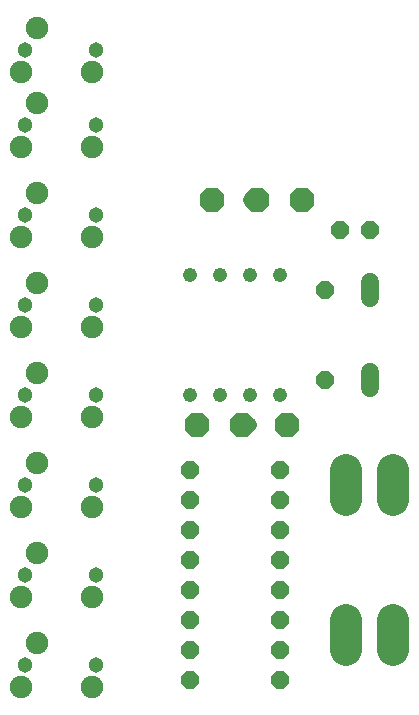
<source format=gbs>
G75*
G70*
%OFA0B0*%
%FSLAX24Y24*%
%IPPOS*%
%LPD*%
%AMOC8*
5,1,8,0,0,1.08239X$1,22.5*
%
%ADD10C,0.0749*%
%ADD11C,0.0513*%
%ADD12OC8,0.0600*%
%ADD13OC8,0.0830*%
%ADD14C,0.0600*%
%ADD15C,0.1070*%
%ADD16C,0.0476*%
D10*
X001557Y002372D03*
X002069Y003828D03*
X001557Y005372D03*
X002069Y006828D03*
X001557Y008372D03*
X002069Y009828D03*
X001557Y011372D03*
X002069Y012828D03*
X001557Y014372D03*
X002069Y015828D03*
X001557Y017372D03*
X002069Y018828D03*
X001557Y020372D03*
X002069Y021828D03*
X001557Y022872D03*
X002069Y024328D03*
X003920Y022872D03*
X003920Y020372D03*
X003920Y017372D03*
X003920Y014372D03*
X003920Y011372D03*
X003920Y008372D03*
X003920Y005372D03*
X003920Y002372D03*
D11*
X004038Y003100D03*
X004038Y006100D03*
X004038Y009100D03*
X004038Y012100D03*
X004038Y015100D03*
X004038Y018100D03*
X004038Y021100D03*
X004038Y023600D03*
X001675Y023600D03*
X001675Y021100D03*
X001675Y018100D03*
X001675Y015100D03*
X001675Y012100D03*
X001675Y009100D03*
X001675Y006100D03*
X001675Y003100D03*
D12*
X007175Y002600D03*
X007175Y003600D03*
X007175Y004600D03*
X007175Y005600D03*
X007175Y006600D03*
X007175Y007600D03*
X007175Y008600D03*
X007175Y009600D03*
X010175Y009600D03*
X010175Y008600D03*
X010175Y007600D03*
X010175Y006600D03*
X010175Y005600D03*
X010175Y004600D03*
X010175Y003600D03*
X010175Y002600D03*
X011675Y012600D03*
X011675Y015600D03*
X012175Y017600D03*
X013175Y017600D03*
D13*
X010925Y018600D03*
X009425Y018600D03*
X007925Y018600D03*
X007425Y011100D03*
X008925Y011100D03*
X010425Y011100D03*
D14*
X013175Y012340D02*
X013175Y012860D01*
X013175Y015340D02*
X013175Y015860D01*
D15*
X012395Y009595D02*
X012395Y008605D01*
X013955Y008605D02*
X013955Y009595D01*
X013955Y004595D02*
X013955Y003605D01*
X012395Y003605D02*
X012395Y004595D01*
D16*
X009175Y011100D03*
X009175Y012100D03*
X008175Y012100D03*
X007175Y012100D03*
X007175Y016100D03*
X008175Y016100D03*
X009175Y016100D03*
X010175Y016100D03*
X009175Y018600D03*
X010175Y012100D03*
M02*

</source>
